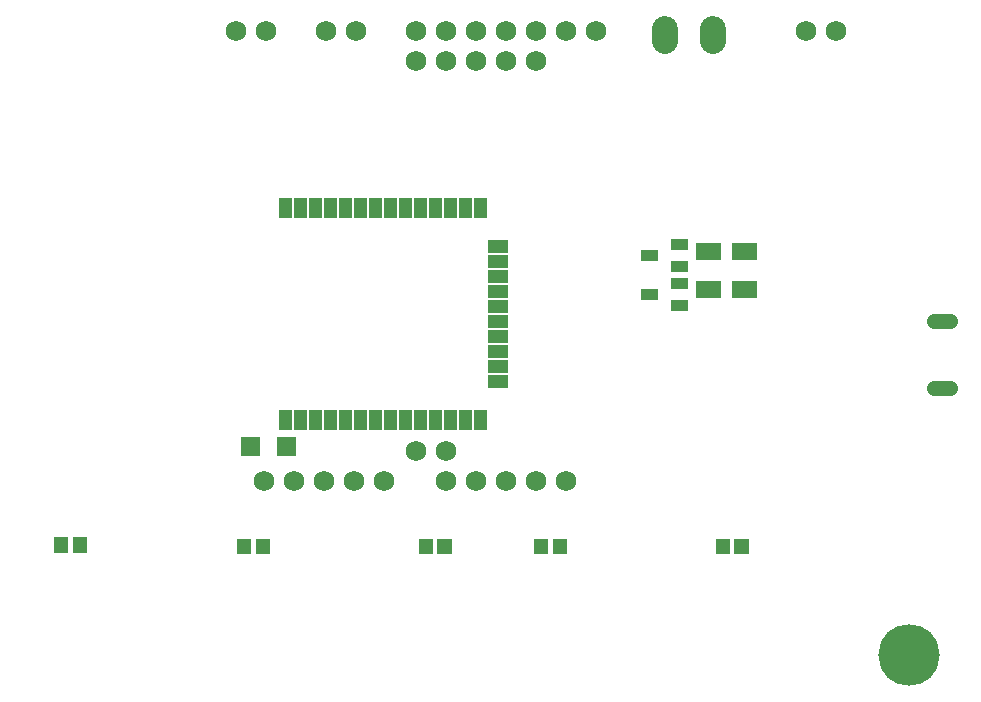
<source format=gbs>
G04 Layer: BottomSolderMaskLayer*
G04 EasyEDA v6.3.52, 2020-06-08T18:28:06+08:00*
G04 b620e5eaaf5e4283affdf04958e78c07,0271aa7b776e406f8d319a2d24a91b4c,10*
G04 Gerber Generator version 0.2*
G04 Scale: 100 percent, Rotated: No, Reflected: No *
G04 Dimensions in millimeters *
G04 leading zeros omitted , absolute positions ,3 integer and 3 decimal *
%FSLAX33Y33*%
%MOMM*%
G90*
G71D02*

%ADD51C,1.303198*%
%ADD53C,2.203196*%
%ADD54C,5.203190*%
%ADD63C,1.727200*%

%LPD*%
G54D51*
G01X87108Y32852D02*
G01X88408Y32852D01*
G01X87108Y27203D02*
G01X88408Y27203D01*
G54D53*
G01X68326Y57579D02*
G01X68326Y56579D01*
G01X64326Y57579D02*
G01X64326Y56579D01*
G54D54*
G01X84963Y4628D03*
G36*
G01X69941Y38039D02*
G01X69941Y39441D01*
G01X72044Y39441D01*
G01X72044Y38039D01*
G01X69941Y38039D01*
G37*
G36*
G01X69941Y34838D02*
G01X69941Y36240D01*
G01X72044Y36240D01*
G01X72044Y34838D01*
G01X69941Y34838D01*
G37*
G36*
G01X66893Y34838D02*
G01X66893Y36240D01*
G01X68996Y36240D01*
G01X68996Y34838D01*
G01X66893Y34838D01*
G37*
G36*
G01X66893Y38039D02*
G01X66893Y39441D01*
G01X68996Y39441D01*
G01X68996Y38039D01*
G01X66893Y38039D01*
G37*
G36*
G01X62285Y37957D02*
G01X62285Y38862D01*
G01X63738Y38862D01*
G01X63738Y37957D01*
G01X62285Y37957D01*
G37*
G36*
G01X64785Y37007D02*
G01X64785Y37912D01*
G01X66238Y37912D01*
G01X66238Y37007D01*
G01X64785Y37007D01*
G37*
G36*
G01X64785Y38907D02*
G01X64785Y39812D01*
G01X66238Y39812D01*
G01X66238Y38907D01*
G01X64785Y38907D01*
G37*
G36*
G01X62285Y34655D02*
G01X62285Y35560D01*
G01X63738Y35560D01*
G01X63738Y34655D01*
G01X62285Y34655D01*
G37*
G36*
G01X64785Y33705D02*
G01X64785Y34610D01*
G01X66238Y34610D01*
G01X66238Y33705D01*
G01X64785Y33705D01*
G37*
G36*
G01X64785Y35605D02*
G01X64785Y36510D01*
G01X66238Y36510D01*
G01X66238Y35605D01*
G01X64785Y35605D01*
G37*
G36*
G01X28432Y21478D02*
G01X28432Y23083D01*
G01X30035Y23083D01*
G01X30035Y21478D01*
G01X28432Y21478D01*
G37*
G36*
G01X31432Y21478D02*
G01X31432Y23083D01*
G01X33035Y23083D01*
G01X33035Y21478D01*
G01X31432Y21478D01*
G37*
G36*
G01X12567Y13246D02*
G01X12567Y14551D01*
G01X13771Y14551D01*
G01X13771Y13246D01*
G01X12567Y13246D01*
G37*
G36*
G01X14168Y13246D02*
G01X14168Y14551D01*
G01X15372Y14551D01*
G01X15372Y13246D01*
G01X14168Y13246D01*
G37*
G36*
G01X28061Y13119D02*
G01X28061Y14424D01*
G01X29265Y14424D01*
G01X29265Y13119D01*
G01X28061Y13119D01*
G37*
G36*
G01X29662Y13119D02*
G01X29662Y14424D01*
G01X30866Y14424D01*
G01X30866Y13119D01*
G01X29662Y13119D01*
G37*
G36*
G01X43428Y13119D02*
G01X43428Y14424D01*
G01X44632Y14424D01*
G01X44632Y13119D01*
G01X43428Y13119D01*
G37*
G36*
G01X45029Y13119D02*
G01X45029Y14424D01*
G01X46233Y14424D01*
G01X46233Y13119D01*
G01X45029Y13119D01*
G37*
G36*
G01X54808Y13119D02*
G01X54808Y14424D01*
G01X56012Y14424D01*
G01X56012Y13119D01*
G01X54808Y13119D01*
G37*
G36*
G01X53207Y13119D02*
G01X53207Y14424D01*
G01X54411Y14424D01*
G01X54411Y13119D01*
G01X53207Y13119D01*
G37*
G36*
G01X70175Y13119D02*
G01X70175Y14424D01*
G01X71379Y14424D01*
G01X71379Y13119D01*
G01X70175Y13119D01*
G37*
G36*
G01X68574Y13119D02*
G01X68574Y14424D01*
G01X69778Y14424D01*
G01X69778Y13119D01*
G01X68574Y13119D01*
G37*
G36*
G01X31592Y23604D02*
G01X31592Y25308D01*
G01X32694Y25308D01*
G01X32694Y23604D01*
G01X31592Y23604D01*
G37*
G36*
G01X32862Y23604D02*
G01X32862Y25308D01*
G01X33964Y25308D01*
G01X33964Y23604D01*
G01X32862Y23604D01*
G37*
G36*
G01X34132Y23604D02*
G01X34132Y25308D01*
G01X35234Y25308D01*
G01X35234Y23604D01*
G01X34132Y23604D01*
G37*
G36*
G01X35402Y23604D02*
G01X35402Y25308D01*
G01X36504Y25308D01*
G01X36504Y23604D01*
G01X35402Y23604D01*
G37*
G36*
G01X36672Y23604D02*
G01X36672Y25308D01*
G01X37774Y25308D01*
G01X37774Y23604D01*
G01X36672Y23604D01*
G37*
G36*
G01X37942Y23604D02*
G01X37942Y25308D01*
G01X39044Y25308D01*
G01X39044Y23604D01*
G01X37942Y23604D01*
G37*
G36*
G01X39212Y23604D02*
G01X39212Y25308D01*
G01X40314Y25308D01*
G01X40314Y23604D01*
G01X39212Y23604D01*
G37*
G36*
G01X40482Y23604D02*
G01X40482Y25308D01*
G01X41584Y25308D01*
G01X41584Y23604D01*
G01X40482Y23604D01*
G37*
G36*
G01X41752Y23604D02*
G01X41752Y25308D01*
G01X42854Y25308D01*
G01X42854Y23604D01*
G01X41752Y23604D01*
G37*
G36*
G01X43022Y23604D02*
G01X43022Y25308D01*
G01X44124Y25308D01*
G01X44124Y23604D01*
G01X43022Y23604D01*
G37*
G36*
G01X44292Y23604D02*
G01X44292Y25308D01*
G01X45394Y25308D01*
G01X45394Y23604D01*
G01X44292Y23604D01*
G37*
G36*
G01X45562Y23604D02*
G01X45562Y25308D01*
G01X46664Y25308D01*
G01X46664Y23604D01*
G01X45562Y23604D01*
G37*
G36*
G01X46832Y23604D02*
G01X46832Y25308D01*
G01X47934Y25308D01*
G01X47934Y23604D01*
G01X46832Y23604D01*
G37*
G36*
G01X48102Y23604D02*
G01X48102Y25308D01*
G01X49204Y25308D01*
G01X49204Y23604D01*
G01X48102Y23604D01*
G37*
G36*
G01X49301Y27190D02*
G01X49301Y28293D01*
G01X51005Y28293D01*
G01X51005Y27190D01*
G01X49301Y27190D01*
G37*
G36*
G01X49301Y28460D02*
G01X49301Y29563D01*
G01X51005Y29563D01*
G01X51005Y28460D01*
G01X49301Y28460D01*
G37*
G36*
G01X49301Y29730D02*
G01X49301Y30833D01*
G01X51005Y30833D01*
G01X51005Y29730D01*
G01X49301Y29730D01*
G37*
G36*
G01X49301Y31000D02*
G01X49301Y32103D01*
G01X51005Y32103D01*
G01X51005Y31000D01*
G01X49301Y31000D01*
G37*
G36*
G01X49301Y32270D02*
G01X49301Y33373D01*
G01X51005Y33373D01*
G01X51005Y32270D01*
G01X49301Y32270D01*
G37*
G36*
G01X49301Y33540D02*
G01X49301Y34643D01*
G01X51005Y34643D01*
G01X51005Y33540D01*
G01X49301Y33540D01*
G37*
G36*
G01X49301Y34810D02*
G01X49301Y35913D01*
G01X51005Y35913D01*
G01X51005Y34810D01*
G01X49301Y34810D01*
G37*
G36*
G01X49301Y36080D02*
G01X49301Y37183D01*
G01X51005Y37183D01*
G01X51005Y36080D01*
G01X49301Y36080D01*
G37*
G36*
G01X49301Y37350D02*
G01X49301Y38453D01*
G01X51005Y38453D01*
G01X51005Y37350D01*
G01X49301Y37350D01*
G37*
G36*
G01X49301Y38620D02*
G01X49301Y39723D01*
G01X51005Y39723D01*
G01X51005Y38620D01*
G01X49301Y38620D01*
G37*
G36*
G01X48102Y41605D02*
G01X48102Y43309D01*
G01X49204Y43309D01*
G01X49204Y41605D01*
G01X48102Y41605D01*
G37*
G36*
G01X46832Y41605D02*
G01X46832Y43309D01*
G01X47934Y43309D01*
G01X47934Y41605D01*
G01X46832Y41605D01*
G37*
G36*
G01X45562Y41605D02*
G01X45562Y43309D01*
G01X46664Y43309D01*
G01X46664Y41605D01*
G01X45562Y41605D01*
G37*
G36*
G01X44292Y41605D02*
G01X44292Y43309D01*
G01X45394Y43309D01*
G01X45394Y41605D01*
G01X44292Y41605D01*
G37*
G36*
G01X43022Y41605D02*
G01X43022Y43309D01*
G01X44124Y43309D01*
G01X44124Y41605D01*
G01X43022Y41605D01*
G37*
G36*
G01X41752Y41605D02*
G01X41752Y43309D01*
G01X42854Y43309D01*
G01X42854Y41605D01*
G01X41752Y41605D01*
G37*
G36*
G01X40482Y41605D02*
G01X40482Y43309D01*
G01X41584Y43309D01*
G01X41584Y41605D01*
G01X40482Y41605D01*
G37*
G36*
G01X39212Y41605D02*
G01X39212Y43309D01*
G01X40314Y43309D01*
G01X40314Y41605D01*
G01X39212Y41605D01*
G37*
G36*
G01X37942Y41605D02*
G01X37942Y43309D01*
G01X39044Y43309D01*
G01X39044Y41605D01*
G01X37942Y41605D01*
G37*
G36*
G01X36672Y41605D02*
G01X36672Y43309D01*
G01X37774Y43309D01*
G01X37774Y41605D01*
G01X36672Y41605D01*
G37*
G36*
G01X35402Y41605D02*
G01X35402Y43309D01*
G01X36504Y43309D01*
G01X36504Y41605D01*
G01X35402Y41605D01*
G37*
G36*
G01X34132Y41605D02*
G01X34132Y43309D01*
G01X35234Y43309D01*
G01X35234Y41605D01*
G01X34132Y41605D01*
G37*
G36*
G01X32862Y41605D02*
G01X32862Y43309D01*
G01X33964Y43309D01*
G01X33964Y41605D01*
G01X32862Y41605D01*
G37*
G36*
G01X31592Y41605D02*
G01X31592Y43309D01*
G01X32694Y43309D01*
G01X32694Y41605D01*
G01X31592Y41605D01*
G37*
G54D63*
G01X43180Y21900D03*
G01X45720Y21900D03*
G01X30480Y57460D03*
G01X27940Y57460D03*
G01X76200Y57460D03*
G01X78740Y57460D03*
G01X55880Y57460D03*
G01X58420Y57460D03*
G01X38100Y57460D03*
G01X35560Y57460D03*
G01X30353Y19360D03*
G01X32893Y19360D03*
G01X35433Y19360D03*
G01X37973Y19360D03*
G01X40513Y19360D03*
G01X45720Y19360D03*
G01X48260Y19360D03*
G01X50800Y19360D03*
G01X53340Y19360D03*
G01X55880Y19360D03*
G01X53340Y54920D03*
G01X50800Y54920D03*
G01X48260Y54920D03*
G01X45720Y54920D03*
G01X43180Y54920D03*
G01X53340Y57460D03*
G01X50800Y57460D03*
G01X48260Y57460D03*
G01X45720Y57460D03*
G01X43180Y57460D03*
M00*
M02*

</source>
